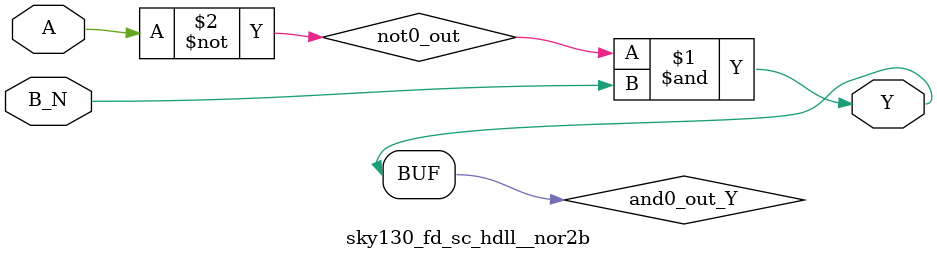
<source format=v>



module sky130_fd_sc_hdll__nor2b (
    Y  ,
    A  ,
    B_N
);

    output Y  ;
    input  A  ;
    input  B_N;

    wire not0_out  ;
    wire and0_out_Y;

    not not0 (not0_out  , A              );
    and and0 (and0_out_Y, not0_out, B_N  );
    buf buf0 (Y         , and0_out_Y     );

endmodule

</source>
